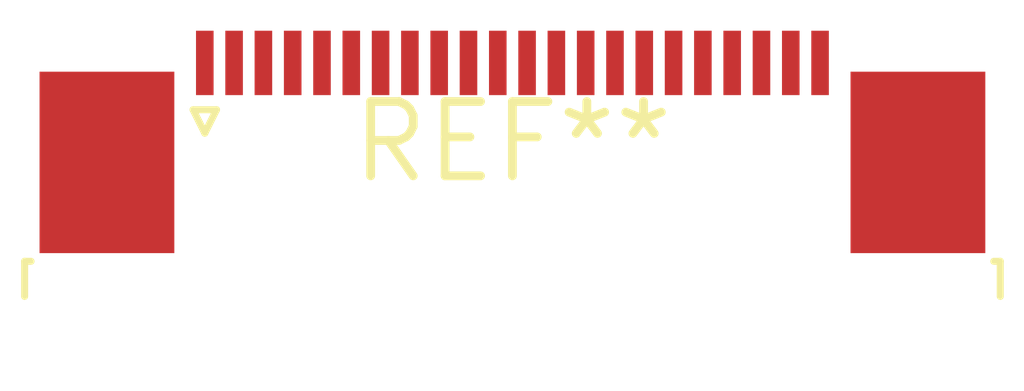
<source format=kicad_pcb>
(kicad_pcb (version 20240108) (generator pcbnew)
  (layers (0 "F.Cu" signal) (31 "B.Cu" signal) (34 "B.Paste" user) (35 "F.Paste" user) (36 "B.SilkS" user "B.Silkscreen") (37 "F.SilkS" user "F.Silkscreen") (38 "B.Mask" user) (39 "F.Mask" user) (44 "Edge.Cuts" user))
  (net 0 "")
  (footprint "TE_2-1734839-2_1x22-1MP_P0.5mm_Horizontal" (layer "F.Cu") (at 0 0)
    (property "Reference" "REF**")
    (property "Value" "PCB Edge")
    (fp_line (start -8.325 2.04) (end -8.325 2.64) (layer "F.SilkS") (stroke (width 0.12)))
    (fp_line (start -8.215 2.04) (end -8.325 2.04) (layer "F.SilkS") (stroke (width 0.12)))
    (fp_line (start -5.45 -0.55) (end -5.25 -0.15) (layer "F.SilkS") (stroke (width 0.12)))
    (fp_line (start -5.25 -0.15) (end -5.05 -0.55) (layer "F.SilkS") (stroke (width 0.12)))
    (fp_line (start -5.05 -0.55) (end -5.45 -0.55) (layer "F.SilkS") (stroke (width 0.12)))
    (fp_line (start 8.215 2.04) (end 8.325 2.04) (layer "F.SilkS") (stroke (width 0.12)))
    (fp_line (start 8.325 2.04) (end 8.325 2.64) (layer "F.SilkS") (stroke (width 0.12)))
    (pad "1" smd rect (at -5.25 -1.35) (size 0.3 1.1) (layers "F.Cu" "F.Paste" "F.Mask"))
    (pad "2" smd rect (at -4.75 -1.35) (size 0.3 1.1) (layers "F.Cu" "F.Paste" "F.Mask"))
    (pad "3" smd rect (at -4.25 -1.35) (size 0.3 1.1) (layers "F.Cu" "F.Paste" "F.Mask"))
    (pad "4" smd rect (at -3.75 -1.35) (size 0.3 1.1) (layers "F.Cu" "F.Paste" "F.Mask"))
    (pad "5" smd rect (at -3.25 -1.35) (size 0.3 1.1) (layers "F.Cu" "F.Paste" "F.Mask"))
    (pad "6" smd rect (at -2.75 -1.35) (size 0.3 1.1) (layers "F.Cu" "F.Paste" "F.Mask"))
    (pad "7" smd rect (at -2.25 -1.35) (size 0.3 1.1) (layers "F.Cu" "F.Paste" "F.Mask"))
    (pad "8" smd rect (at -1.75 -1.35) (size 0.3 1.1) (layers "F.Cu" "F.Paste" "F.Mask"))
    (pad "9" smd rect (at -1.25 -1.35) (size 0.3 1.1) (layers "F.Cu" "F.Paste" "F.Mask"))
    (pad "10" smd rect (at -0.75 -1.35) (size 0.3 1.1) (layers "F.Cu" "F.Paste" "F.Mask"))
    (pad "11" smd rect (at -0.25 -1.35) (size 0.3 1.1) (layers "F.Cu" "F.Paste" "F.Mask"))
    (pad "12" smd rect (at 0.25 -1.35) (size 0.3 1.1) (layers "F.Cu" "F.Paste" "F.Mask"))
    (pad "13" smd rect (at 0.75 -1.35) (size 0.3 1.1) (layers "F.Cu" "F.Paste" "F.Mask"))
    (pad "14" smd rect (at 1.25 -1.35) (size 0.3 1.1) (layers "F.Cu" "F.Paste" "F.Mask"))
    (pad "15" smd rect (at 1.75 -1.35) (size 0.3 1.1) (layers "F.Cu" "F.Paste" "F.Mask"))
    (pad "16" smd rect (at 2.25 -1.35) (size 0.3 1.1) (layers "F.Cu" "F.Paste" "F.Mask"))
    (pad "17" smd rect (at 2.75 -1.35) (size 0.3 1.1) (layers "F.Cu" "F.Paste" "F.Mask"))
    (pad "18" smd rect (at 3.25 -1.35) (size 0.3 1.1) (layers "F.Cu" "F.Paste" "F.Mask"))
    (pad "19" smd rect (at 3.75 -1.35) (size 0.3 1.1) (layers "F.Cu" "F.Paste" "F.Mask"))
    (pad "20" smd rect (at 4.25 -1.35) (size 0.3 1.1) (layers "F.Cu" "F.Paste" "F.Mask"))
    (pad "21" smd rect (at 4.75 -1.35) (size 0.3 1.1) (layers "F.Cu" "F.Paste" "F.Mask"))
    (pad "22" smd rect (at 5.25 -1.35) (size 0.3 1.1) (layers "F.Cu" "F.Paste" "F.Mask"))
    (pad "MP" smd rect (at -6.92 0.35) (size 2.3 3.1) (layers "F.Cu" "F.Paste" "F.Mask"))
    (pad "MP" smd rect (at 6.92 0.35) (size 2.3 3.1) (layers "F.Cu" "F.Paste" "F.Mask"))
  )
)
</source>
